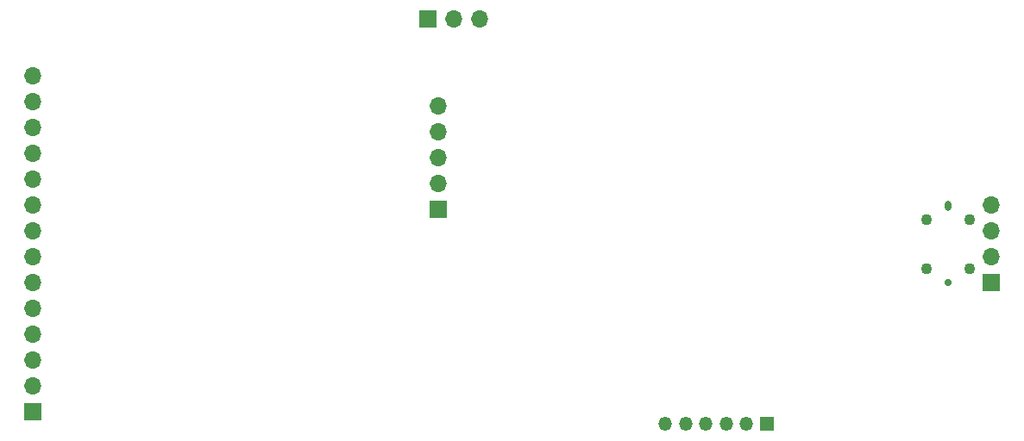
<source format=gbs>
G04 #@! TF.GenerationSoftware,KiCad,Pcbnew,8.0.4*
G04 #@! TF.CreationDate,2024-11-11T15:06:12+01:00*
G04 #@! TF.ProjectId,100008_hw-vern-aqm,31303030-3038-45f6-9877-2d7665726e2d,1.1*
G04 #@! TF.SameCoordinates,Original*
G04 #@! TF.FileFunction,Soldermask,Bot*
G04 #@! TF.FilePolarity,Negative*
%FSLAX46Y46*%
G04 Gerber Fmt 4.6, Leading zero omitted, Abs format (unit mm)*
G04 Created by KiCad (PCBNEW 8.0.4) date 2024-11-11 15:06:12*
%MOMM*%
%LPD*%
G01*
G04 APERTURE LIST*
%ADD10R,1.700000X1.700000*%
%ADD11O,1.700000X1.700000*%
%ADD12C,0.700000*%
%ADD13O,0.700000X1.000000*%
%ADD14C,1.100000*%
%ADD15R,1.350000X1.350000*%
%ADD16O,1.350000X1.350000*%
G04 APERTURE END LIST*
D10*
X140770000Y-306040000D03*
D11*
X143310000Y-306040000D03*
X145850000Y-306040000D03*
D12*
X191800000Y-331920000D03*
D13*
X191800000Y-324420000D03*
D14*
X189650000Y-330570000D03*
X193950000Y-330570000D03*
X189650000Y-325770000D03*
X193950000Y-325770000D03*
D10*
X141775000Y-324765000D03*
D11*
X141775000Y-322225000D03*
X141775000Y-319685000D03*
X141775000Y-317145000D03*
X141775000Y-314605000D03*
D15*
X174030000Y-345830000D03*
D16*
X172030000Y-345830000D03*
X170030000Y-345830000D03*
X168030000Y-345830000D03*
X166030000Y-345830000D03*
X164030000Y-345830000D03*
D10*
X102000000Y-344680000D03*
D11*
X102000000Y-342140000D03*
X102000000Y-339600000D03*
X102000000Y-337060000D03*
X102000000Y-334520000D03*
X102000000Y-331980000D03*
X102000000Y-329440000D03*
X102000000Y-326900000D03*
X102000000Y-324360000D03*
X102000000Y-321820000D03*
X102000000Y-319280000D03*
X102000000Y-316740000D03*
X102000000Y-314200000D03*
X102000000Y-311660000D03*
D10*
X196000000Y-331980000D03*
D11*
X196000000Y-329440000D03*
X196000000Y-326900000D03*
X196000000Y-324360000D03*
M02*

</source>
